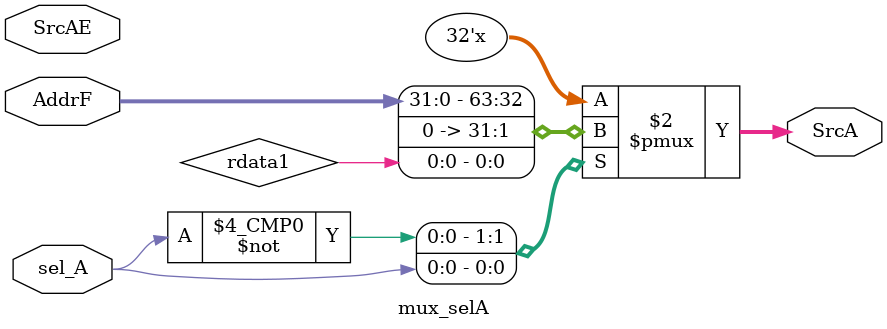
<source format=sv>
module mux_selA (
    input logic         sel_A, //from controller
    input logic  [31:0] SrcAE,AddrF,
    output logic [31:0] SrcA
);
always_comb begin 
    case (sel_A)
       1'b0 : SrcA = AddrF;
       1'b1 : SrcA = rdata1;
    endcase  
end
endmodule


</source>
